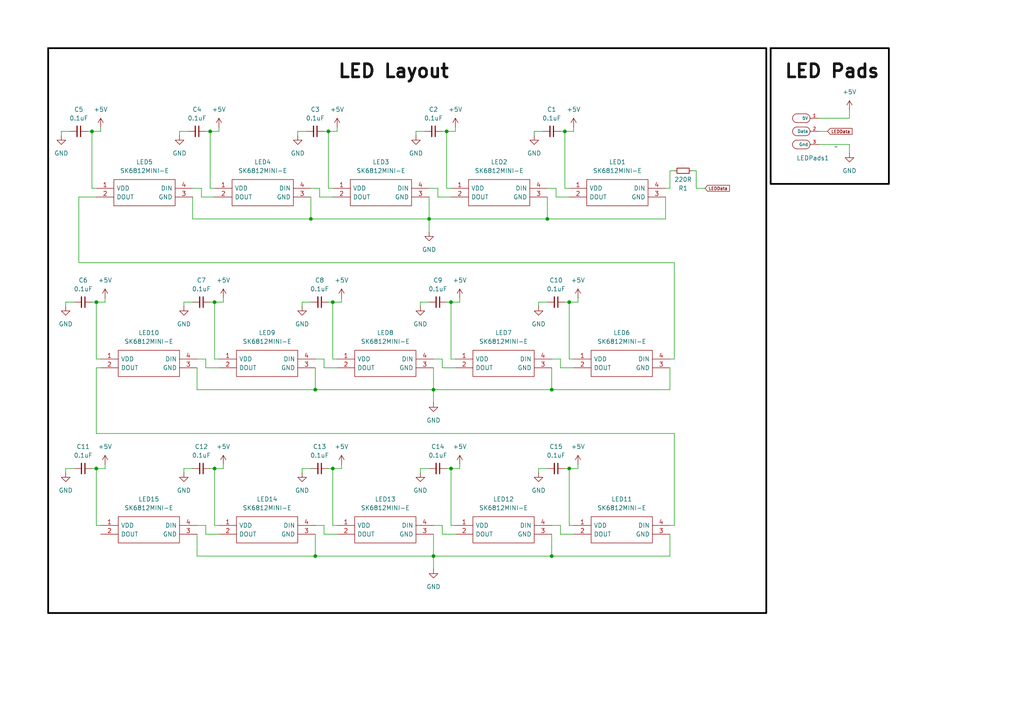
<source format=kicad_sch>
(kicad_sch (version 20231120) (generator "eeschema") (generator_version "8.0")
  (paper "A4")
  (lib_symbols
    (symbol "Device:C_Small" (pin_numbers hide) (pin_names (offset 0.254) hide)
      (property "Reference" "C" (at 0.254 1.778 0))
      (property "Value" "C_Small" (at 0.254 -2.032 0))
      (symbol "C_Small_0_1"
        (polyline (pts (xy -1.524 -0.508) (xy 1.524 -0.508)) (stroke (width 0.3302)))
        (polyline (pts (xy -1.524 0.508) (xy 1.524 0.508)) (stroke (width 0.3048)))
      )
      (symbol "C_Small_1_1"
        (pin passive line (at 0 2.54 270) (length 2.032) (name "~") (number "1"))
        (pin passive line (at 0 -2.54 90) (length 2.032) (name "~") (number "2"))
      )
    )
    (symbol "Device:R_Small" (pin_numbers hide) (pin_names (offset 0.254) hide)
      (property "Reference" "R" (at 0.762 0.508 0))
      (property "Value" "R_Small" (at 0.762 -1.016 0))
      (symbol "R_Small_0_1"
        (rectangle (start -0.762 1.778) (end 0.762 -1.778) (stroke (width 0.2032)))
      )
      (symbol "R_Small_1_1"
        (pin passive line (at 0 2.54 270) (length 0.762) (name "~") (number "1"))
        (pin passive line (at 0 -2.54 90) (length 0.762) (name "~") (number "2"))
      )
    )
    (symbol "LEDModuleLibrary:LED_Pads"
      (property "Reference" "LEDPads" (at 0 0.508 0))
      (symbol "LED_Pads_0_1"
        (arc (start -5.715 4.445) (mid -5.343 3.547) (end -4.445 3.175))
        (arc (start -5.715 8.255) (mid -5.343 7.357) (end -4.445 6.985))
        (arc (start -5.715 12.065) (mid -5.343 11.167) (end -4.445 10.795))
        (arc (start -4.445 5.715) (mid -5.343 5.343) (end -5.715 4.445))
        (arc (start -4.445 9.525) (mid -5.343 9.153) (end -5.715 8.255))
        (arc (start -4.445 13.335) (mid -5.343 12.963) (end -5.715 12.065))
        (arc (start -1.905 3.175) (mid -1.007 3.547) (end -0.635 4.445))
        (arc (start -1.905 6.985) (mid -1.007 7.357) (end -0.635 8.255))
        (arc (start -1.905 10.795) (mid -1.007 11.167) (end -0.635 12.065))
        (arc (start -0.635 4.445) (mid -1.007 5.343) (end -1.905 5.715))
        (arc (start -0.635 8.255) (mid -1.007 9.153) (end -1.905 9.525))
        (arc (start -0.635 12.065) (mid -1.007 12.963) (end -1.905 13.335))
        (polyline (pts (xy -1.905 3.175) (xy -4.445 3.175)))
        (polyline (pts (xy -1.905 5.715) (xy -4.445 5.715)))
        (polyline (pts (xy -1.905 6.985) (xy -4.445 6.985)))
        (polyline (pts (xy -1.905 9.525) (xy -4.445 9.525)))
        (polyline (pts (xy -1.905 10.795) (xy -4.445 10.795)))
        (polyline (pts (xy -1.905 13.335) (xy -4.445 13.335)))
      )
      (symbol "LED_Pads_1_1"
        (pin output line (at 1.905 12.065 180) (length 2.54) (name "5V") (number "1"))
        (pin output line (at 1.905 8.255 180) (length 2.54) (name "Data") (number "2"))
        (pin output line (at 1.905 4.445 180) (length 2.54) (name "Gnd") (number "3"))
      )
    )
    (symbol "LEDModuleLibrary:SK6812MINI-E" (pin_names (offset 0.762))
      (property "Reference" "LED" (at 24.13 7.62 0))
      (property "Value" "SK6812MINI-E" (at 24.13 5.08 0))
      (symbol "SK6812MINI-E_0_0"
        (pin passive line (at 0 0 0) (length 5.08) (name "VDD") (number "1"))
        (pin passive line (at 0 -2.54 0) (length 5.08) (name "DOUT") (number "2"))
        (pin passive line (at 27.94 -2.54 180) (length 5.08) (name "GND") (number "3"))
        (pin passive line (at 27.94 0 180) (length 5.08) (name "DIN") (number "4"))
      )
      (symbol "SK6812MINI-E_0_1"
        (polyline (pts (xy 5.08 2.54) (xy 22.86 2.54) (xy 22.86 -5.08) (xy 5.08 -5.08) (xy 5.08 2.54)) (stroke (width 0.1524)))
      )
    )
    (symbol "power:+5V" (power) (pin_numbers hide) (pin_names (offset 0) hide)
      (property "Value" "+5V" (at 0 3.556 0))
      (symbol "+5V_0_1"
        (polyline (pts (xy -0.762 1.27) (xy 0 2.54)))
        (polyline (pts (xy 0 0) (xy 0 2.54)))
        (polyline (pts (xy 0 2.54) (xy 0.762 1.27)))
      )
      (symbol "+5V_1_1"
        (pin power_in line (at 0 0 90) (length 0) (name "~") (number "1"))
      )
    )
    (symbol "power:GND" (power) (pin_numbers hide) (pin_names (offset 0) hide)
      (property "Value" "GND" (at 0 -3.81 0))
      (symbol "GND_0_1"
        (polyline (pts (xy 0 0) (xy 0 -1.27) (xy 1.27 -1.27) (xy 0 -2.54) (xy -1.27 -1.27) (xy 0 -1.27)))
      )
      (symbol "GND_1_1"
        (pin power_in line (at 0 0 270) (length 0) (name "~") (number "1"))
      )
    )
  )
  (junction (at 158.75 63.5))
  (junction (at 163.83 38.1))
  (junction (at 27.94 87.63))
  (junction (at 125.73 113.03))
  (junction (at 60.96 38.1))
  (junction (at 130.81 135.89))
  (junction (at 91.44 113.03))
  (junction (at 124.46 63.5))
  (junction (at 165.1 87.63))
  (junction (at 160.02 161.29))
  (junction (at 27.94 135.89))
  (junction (at 165.1 135.89))
  (junction (at 62.23 87.63))
  (junction (at 62.23 135.89))
  (junction (at 91.44 161.29))
  (junction (at 95.25 38.1))
  (junction (at 125.73 161.29))
  (junction (at 96.52 135.89))
  (junction (at 130.81 87.63))
  (junction (at 96.52 87.63))
  (junction (at 160.02 113.03))
  (junction (at 90.17 63.5))
  (junction (at 129.54 38.1))
  (junction (at 26.67 38.1))
  (wire (pts (xy 125.73 113.03) (xy 91.44 113.03)))
  (wire (pts (xy 237.49 41.91) (xy 246.38 41.91)))
  (wire (pts (xy 97.79 152.4) (xy 96.52 152.4)))
  (wire (pts (xy 195.58 104.14) (xy 194.31 104.14)))
  (wire (pts (xy 156.21 135.89) (xy 156.21 137.16)))
  (wire (pts (xy 161.29 57.15) (xy 161.29 54.61)))
  (wire (pts (xy 95.25 38.1) (xy 97.79 38.1)))
  (wire (pts (xy 158.75 87.63) (xy 156.21 87.63)))
  (wire (pts (xy 22.86 76.2) (xy 195.58 76.2)))
  (wire (pts (xy 124.46 87.63) (xy 121.92 87.63)))
  (wire (pts (xy 132.08 152.4) (xy 130.81 152.4)))
  (wire (pts (xy 129.54 38.1) (xy 132.08 38.1)))
  (wire (pts (xy 27.94 125.73) (xy 195.58 125.73)))
  (wire (pts (xy 125.73 161.29) (xy 91.44 161.29)))
  (wire (pts (xy 93.98 154.94) (xy 93.98 152.4)))
  (wire (pts (xy 59.69 38.1) (xy 60.96 38.1)))
  (wire (pts (xy 163.83 38.1) (xy 166.37 38.1)))
  (wire (pts (xy 237.49 38.1) (xy 240.03 38.1)))
  (wire (pts (xy 60.96 135.89) (xy 62.23 135.89)))
  (wire (pts (xy 167.64 135.89) (xy 167.64 134.62)))
  (wire (pts (xy 21.59 135.89) (xy 19.05 135.89)))
  (wire (pts (xy 96.52 54.61) (xy 95.25 54.61)))
  (wire (pts (xy 237.49 34.29) (xy 246.38 34.29)))
  (wire (pts (xy 27.94 106.68) (xy 27.94 125.73)))
  (wire (pts (xy 96.52 57.15) (xy 92.71 57.15)))
  (wire (pts (xy 27.94 57.15) (xy 22.86 57.15)))
  (wire (pts (xy 26.67 135.89) (xy 27.94 135.89)))
  (wire (pts (xy 165.1 152.4) (xy 165.1 135.89)))
  (wire (pts (xy 88.9 38.1) (xy 86.36 38.1)))
  (wire (pts (xy 59.69 154.94) (xy 59.69 152.4)))
  (wire (pts (xy 194.31 106.68) (xy 194.31 113.03)))
  (wire (pts (xy 58.42 54.61) (xy 55.88 54.61)))
  (wire (pts (xy 127 54.61) (xy 124.46 54.61)))
  (wire (pts (xy 163.83 87.63) (xy 165.1 87.63)))
  (wire (pts (xy 90.17 87.63) (xy 87.63 87.63)))
  (wire (pts (xy 246.38 34.29) (xy 246.38 31.75)))
  (wire (pts (xy 161.29 54.61) (xy 158.75 54.61)))
  (wire (pts (xy 246.38 41.91) (xy 246.38 44.45)))
  (wire (pts (xy 123.19 38.1) (xy 120.65 38.1)))
  (wire (pts (xy 92.71 57.15) (xy 92.71 54.61)))
  (wire (pts (xy 154.94 38.1) (xy 154.94 39.37)))
  (wire (pts (xy 95.25 54.61) (xy 95.25 38.1)))
  (wire (pts (xy 87.63 87.63) (xy 87.63 88.9)))
  (wire (pts (xy 59.69 104.14) (xy 57.15 104.14)))
  (wire (pts (xy 53.34 87.63) (xy 53.34 88.9)))
  (wire (pts (xy 129.54 135.89) (xy 130.81 135.89)))
  (wire (pts (xy 156.21 87.63) (xy 156.21 88.9)))
  (wire (pts (xy 95.25 135.89) (xy 96.52 135.89)))
  (wire (pts (xy 30.48 135.89) (xy 30.48 134.62)))
  (wire (pts (xy 62.23 152.4) (xy 62.23 135.89)))
  (wire (pts (xy 30.48 87.63) (xy 30.48 86.36)))
  (wire (pts (xy 193.04 57.15) (xy 193.04 63.5)))
  (wire (pts (xy 92.71 54.61) (xy 90.17 54.61)))
  (wire (pts (xy 86.36 38.1) (xy 86.36 39.37)))
  (wire (pts (xy 167.64 87.63) (xy 167.64 86.36)))
  (wire (pts (xy 194.31 161.29) (xy 160.02 161.29)))
  (wire (pts (xy 60.96 38.1) (xy 63.5 38.1)))
  (wire (pts (xy 194.31 49.53) (xy 194.31 54.61)))
  (wire (pts (xy 165.1 57.15) (xy 161.29 57.15)))
  (wire (pts (xy 132.08 106.68) (xy 128.27 106.68)))
  (wire (pts (xy 166.37 104.14) (xy 165.1 104.14)))
  (wire (pts (xy 128.27 154.94) (xy 128.27 152.4)))
  (wire (pts (xy 124.46 63.5) (xy 90.17 63.5)))
  (wire (pts (xy 91.44 113.03) (xy 91.44 106.68)))
  (wire (pts (xy 120.65 38.1) (xy 120.65 39.37)))
  (wire (pts (xy 194.31 54.61) (xy 193.04 54.61)))
  (wire (pts (xy 93.98 38.1) (xy 95.25 38.1)))
  (wire (pts (xy 125.73 113.03) (xy 160.02 113.03)))
  (wire (pts (xy 132.08 104.14) (xy 130.81 104.14)))
  (wire (pts (xy 27.94 87.63) (xy 30.48 87.63)))
  (wire (pts (xy 166.37 38.1) (xy 166.37 36.83)))
  (wire (pts (xy 53.34 135.89) (xy 53.34 137.16)))
  (wire (pts (xy 200.66 49.53) (xy 201.93 49.53)))
  (wire (pts (xy 165.1 104.14) (xy 165.1 87.63)))
  (wire (pts (xy 20.32 38.1) (xy 17.78 38.1)))
  (wire (pts (xy 90.17 63.5) (xy 90.17 57.15)))
  (wire (pts (xy 163.83 54.61) (xy 163.83 38.1)))
  (wire (pts (xy 132.08 38.1) (xy 132.08 36.83)))
  (wire (pts (xy 157.48 38.1) (xy 154.94 38.1)))
  (wire (pts (xy 194.31 49.53) (xy 195.58 49.53)))
  (wire (pts (xy 55.88 87.63) (xy 53.34 87.63)))
  (wire (pts (xy 162.56 154.94) (xy 162.56 152.4)))
  (wire (pts (xy 132.08 154.94) (xy 128.27 154.94)))
  (wire (pts (xy 54.61 38.1) (xy 52.07 38.1)))
  (wire (pts (xy 201.93 49.53) (xy 201.93 54.61)))
  (wire (pts (xy 26.67 87.63) (xy 27.94 87.63)))
  (wire (pts (xy 129.54 87.63) (xy 130.81 87.63)))
  (wire (pts (xy 97.79 106.68) (xy 93.98 106.68)))
  (wire (pts (xy 129.54 54.61) (xy 129.54 38.1)))
  (wire (pts (xy 160.02 154.94) (xy 160.02 161.29)))
  (wire (pts (xy 130.81 57.15) (xy 127 57.15)))
  (wire (pts (xy 125.73 106.68) (xy 125.73 113.03)))
  (wire (pts (xy 162.56 104.14) (xy 160.02 104.14)))
  (wire (pts (xy 62.23 54.61) (xy 60.96 54.61)))
  (wire (pts (xy 193.04 63.5) (xy 158.75 63.5)))
  (wire (pts (xy 160.02 106.68) (xy 160.02 113.03)))
  (wire (pts (xy 17.78 38.1) (xy 17.78 39.37)))
  (wire (pts (xy 130.81 104.14) (xy 130.81 87.63)))
  (wire (pts (xy 63.5 104.14) (xy 62.23 104.14)))
  (wire (pts (xy 27.94 135.89) (xy 30.48 135.89)))
  (wire (pts (xy 158.75 135.89) (xy 156.21 135.89)))
  (wire (pts (xy 91.44 161.29) (xy 91.44 154.94)))
  (wire (pts (xy 96.52 152.4) (xy 96.52 135.89)))
  (wire (pts (xy 121.92 135.89) (xy 121.92 137.16)))
  (wire (pts (xy 60.96 54.61) (xy 60.96 38.1)))
  (wire (pts (xy 124.46 63.5) (xy 158.75 63.5)))
  (wire (pts (xy 128.27 152.4) (xy 125.73 152.4)))
  (wire (pts (xy 130.81 54.61) (xy 129.54 54.61)))
  (wire (pts (xy 87.63 135.89) (xy 87.63 137.16)))
  (wire (pts (xy 125.73 161.29) (xy 125.73 165.1)))
  (wire (pts (xy 124.46 57.15) (xy 124.46 63.5)))
  (wire (pts (xy 97.79 104.14) (xy 96.52 104.14)))
  (wire (pts (xy 57.15 161.29) (xy 91.44 161.29)))
  (wire (pts (xy 62.23 104.14) (xy 62.23 87.63)))
  (wire (pts (xy 22.86 57.15) (xy 22.86 76.2)))
  (wire (pts (xy 194.31 113.03) (xy 160.02 113.03)))
  (wire (pts (xy 63.5 106.68) (xy 59.69 106.68)))
  (wire (pts (xy 93.98 104.14) (xy 91.44 104.14)))
  (wire (pts (xy 130.81 152.4) (xy 130.81 135.89)))
  (wire (pts (xy 52.07 38.1) (xy 52.07 39.37)))
  (wire (pts (xy 128.27 106.68) (xy 128.27 104.14)))
  (wire (pts (xy 29.21 104.14) (xy 27.94 104.14)))
  (wire (pts (xy 59.69 152.4) (xy 57.15 152.4)))
  (wire (pts (xy 158.75 57.15) (xy 158.75 63.5)))
  (wire (pts (xy 55.88 57.15) (xy 55.88 63.5)))
  (wire (pts (xy 121.92 87.63) (xy 121.92 88.9)))
  (wire (pts (xy 57.15 154.94) (xy 57.15 161.29)))
  (wire (pts (xy 166.37 152.4) (xy 165.1 152.4)))
  (wire (pts (xy 57.15 106.68) (xy 57.15 113.03)))
  (wire (pts (xy 130.81 135.89) (xy 133.35 135.89)))
  (wire (pts (xy 97.79 38.1) (xy 97.79 36.83)))
  (wire (pts (xy 124.46 63.5) (xy 124.46 67.31)))
  (wire (pts (xy 165.1 87.63) (xy 167.64 87.63)))
  (wire (pts (xy 166.37 154.94) (xy 162.56 154.94)))
  (wire (pts (xy 201.93 54.61) (xy 204.47 54.61)))
  (wire (pts (xy 29.21 106.68) (xy 27.94 106.68)))
  (wire (pts (xy 130.81 87.63) (xy 133.35 87.63)))
  (wire (pts (xy 99.06 87.63) (xy 99.06 86.36)))
  (wire (pts (xy 128.27 104.14) (xy 125.73 104.14)))
  (wire (pts (xy 27.94 104.14) (xy 27.94 87.63)))
  (wire (pts (xy 64.77 87.63) (xy 64.77 86.36)))
  (wire (pts (xy 165.1 135.89) (xy 167.64 135.89)))
  (wire (pts (xy 90.17 135.89) (xy 87.63 135.89)))
  (wire (pts (xy 93.98 152.4) (xy 91.44 152.4)))
  (wire (pts (xy 93.98 106.68) (xy 93.98 104.14)))
  (wire (pts (xy 19.05 87.63) (xy 19.05 88.9)))
  (wire (pts (xy 133.35 135.89) (xy 133.35 134.62)))
  (wire (pts (xy 19.05 135.89) (xy 19.05 137.16)))
  (wire (pts (xy 63.5 38.1) (xy 63.5 36.83)))
  (wire (pts (xy 195.58 152.4) (xy 194.31 152.4)))
  (wire (pts (xy 96.52 104.14) (xy 96.52 87.63)))
  (wire (pts (xy 163.83 135.89) (xy 165.1 135.89)))
  (wire (pts (xy 55.88 63.5) (xy 90.17 63.5)))
  (wire (pts (xy 21.59 87.63) (xy 19.05 87.63)))
  (wire (pts (xy 125.73 113.03) (xy 125.73 116.84)))
  (wire (pts (xy 99.06 135.89) (xy 99.06 134.62)))
  (wire (pts (xy 125.73 161.29) (xy 160.02 161.29)))
  (wire (pts (xy 59.69 106.68) (xy 59.69 104.14)))
  (wire (pts (xy 96.52 87.63) (xy 99.06 87.63)))
  (wire (pts (xy 162.56 152.4) (xy 160.02 152.4)))
  (wire (pts (xy 64.77 135.89) (xy 64.77 134.62)))
  (wire (pts (xy 27.94 152.4) (xy 27.94 135.89)))
  (wire (pts (xy 29.21 152.4) (xy 27.94 152.4)))
  (wire (pts (xy 25.4 38.1) (xy 26.67 38.1)))
  (wire (pts (xy 128.27 38.1) (xy 129.54 38.1)))
  (wire (pts (xy 97.79 154.94) (xy 93.98 154.94)))
  (wire (pts (xy 57.15 113.03) (xy 91.44 113.03)))
  (wire (pts (xy 27.94 54.61) (xy 26.67 54.61)))
  (wire (pts (xy 124.46 135.89) (xy 121.92 135.89)))
  (wire (pts (xy 62.23 87.63) (xy 64.77 87.63)))
  (wire (pts (xy 95.25 87.63) (xy 96.52 87.63)))
  (wire (pts (xy 162.56 106.68) (xy 162.56 104.14)))
  (wire (pts (xy 60.96 87.63) (xy 62.23 87.63)))
  (wire (pts (xy 62.23 135.89) (xy 64.77 135.89)))
  (wire (pts (xy 62.23 57.15) (xy 58.42 57.15)))
  (wire (pts (xy 58.42 57.15) (xy 58.42 54.61)))
  (wire (pts (xy 165.1 54.61) (xy 163.83 54.61)))
  (wire (pts (xy 195.58 125.73) (xy 195.58 152.4)))
  (wire (pts (xy 26.67 54.61) (xy 26.67 38.1)))
  (wire (pts (xy 96.52 135.89) (xy 99.06 135.89)))
  (wire (pts (xy 166.37 106.68) (xy 162.56 106.68)))
  (wire (pts (xy 133.35 87.63) (xy 133.35 86.36)))
  (wire (pts (xy 26.67 38.1) (xy 29.21 38.1)))
  (wire (pts (xy 195.58 76.2) (xy 195.58 104.14)))
  (wire (pts (xy 162.56 38.1) (xy 163.83 38.1)))
  (wire (pts (xy 194.31 154.94) (xy 194.31 161.29)))
  (wire (pts (xy 55.88 135.89) (xy 53.34 135.89)))
  (wire (pts (xy 29.21 38.1) (xy 29.21 36.83)))
  (wire (pts (xy 63.5 152.4) (xy 62.23 152.4)))
  (wire (pts (xy 125.73 154.94) (xy 125.73 161.29)))
  (wire (pts (xy 63.5 154.94) (xy 59.69 154.94)))
  (wire (pts (xy 127 57.15) (xy 127 54.61)))
  (rectangle (start 13.97 13.97) (end 222.25 177.8) (stroke (width 0.508) (color 0 0 0 1)))
  (rectangle (start 223.52 13.97) (end 257.81 53.34) (stroke (width 0.508) (color 0 0 0 1)))
  (label "LED Layout" (at 97.79 24.13 0) (effects (font (size 3.81 3.81) (thickness 0.762) (bold yes))))
  (label "LED Pads" (at 227.33 24.13 0) (effects (font (size 3.81 3.81) (thickness 0.762) (bold yes))))
  (global_label "LEDData" (shape input) (at 240.03 38.1 0) (effects (font (size 0.889 0.889))) (property "Intersheetrefs" "${INTERSHEET_REFS}" (effects (hide yes))))
  (global_label "LEDData" (shape input) (at 204.47 54.61 0) (effects (font (size 0.889 0.889))) (property "Intersheetrefs" "${INTERSHEET_REFS}" (effects (hide yes))))
  (symbol (lib_id "power:+5V") (at 132.08 36.83 0) (unit 1)
    (property "Reference" "#PWR04" (effects (hide yes)))
    (property "Value" "+5V" (at 132.08 31.75 0))
    (property "Description" "Power symbol creates a global label with name \"+5V\"" (effects (hide yes)))
  )
  (symbol (lib_id "power:+5V") (at 133.35 86.36 0) (unit 1)
    (property "Reference" "#PWR022" (effects (hide yes)))
    (property "Value" "+5V" (at 133.35 81.28 0))
    (property "Description" "Power symbol creates a global label with name \"+5V\"" (effects (hide yes)))
  )
  (symbol (lib_id "LEDModuleLibrary:SK6812MINI-E") (at 97.79 104.14 0) (unit 1)
    (property "Reference" "LED8" (at 111.76 96.52 0))
    (property "Value" "SK6812MINI-E" (at 111.76 99.06 0))
    (property "Footprint" "LEDModuleLibrary:SK6812-MINI-E" (effects (hide yes)))
    (property "Datasheet" "http://yushakobo.jp/ds/YS-SK6812MINI-E.pdf" (effects (hide yes)))
    (property "Description" "3.2x2.8x1.78 mm 0.2W Intelligent external control surface mount SMD LED (MSL:5a)" (effects (hide yes)))
    (property "Height" "1.88" (effects (hide yes)))
    (property "Manufacturer_Name" "Yellow Stone Corp." (effects (hide yes)))
    (property "Manufacturer_Part_Number" "SK6812MINI-E" (effects (hide yes)))
  )
  (symbol (lib_id "LEDModuleLibrary:LED_Pads") (at 235.585 46.355 0) (unit 1)
    (property "Reference" "LEDPads1" (at 231.013 45.847 0) (effects (justify left)))
    (property "Value" "~" (at 241.935 42.545 0) (effects (justify left)))
    (property "Footprint" "LEDModuleLibrary:Led Pads" (effects (hide yes)))
  )
  (symbol (lib_id "power:+5V") (at 29.21 36.83 0) (unit 1)
    (property "Reference" "#PWR012" (effects (hide yes)))
    (property "Value" "+5V" (at 29.21 31.75 0))
    (property "Description" "Power symbol creates a global label with name \"+5V\"" (effects (hide yes)))
  )
  (symbol (lib_id "power:GND") (at 52.07 39.37 0) (unit 1)
    (property "Reference" "#PWR09" (effects (hide yes)))
    (property "Value" "GND" (at 52.07 44.45 0))
    (property "Description" "Power symbol creates a global label with name \"GND\" , ground" (effects (hide yes)))
  )
  (symbol (lib_id "Device:C_Small") (at 161.29 135.89 270) (unit 1)
    (property "Reference" "C15" (at 161.2836 129.54 90))
    (property "Value" "0.1uF" (at 161.2836 132.08 90))
    (property "Footprint" "Capacitor_SMD:C_0805_2012Metric_Pad1.18x1.45mm_HandSolder" (effects (hide yes)))
    (property "Description" "Unpolarized capacitor, small symbol" (effects (hide yes)))
  )
  (symbol (lib_id "LEDModuleLibrary:SK6812MINI-E") (at 96.52 54.61 0) (unit 1)
    (property "Reference" "LED3" (at 110.49 46.99 0))
    (property "Value" "SK6812MINI-E" (at 110.49 49.53 0))
    (property "Footprint" "LEDModuleLibrary:SK6812-MINI-E" (effects (hide yes)))
    (property "Datasheet" "http://yushakobo.jp/ds/YS-SK6812MINI-E.pdf" (effects (hide yes)))
    (property "Description" "3.2x2.8x1.78 mm 0.2W Intelligent external control surface mount SMD LED (MSL:5a)" (effects (hide yes)))
    (property "Height" "1.88" (effects (hide yes)))
    (property "Manufacturer_Name" "Yellow Stone Corp." (effects (hide yes)))
    (property "Manufacturer_Part_Number" "SK6812MINI-E" (effects (hide yes)))
  )
  (symbol (lib_id "LEDModuleLibrary:SK6812MINI-E") (at 165.1 54.61 0) (unit 1)
    (property "Reference" "LED1" (at 179.07 46.99 0))
    (property "Value" "SK6812MINI-E" (at 179.07 49.53 0))
    (property "Footprint" "LEDModuleLibrary:SK6812-MINI-E" (effects (hide yes)))
    (property "Datasheet" "http://yushakobo.jp/ds/YS-SK6812MINI-E.pdf" (effects (hide yes)))
    (property "Description" "3.2x2.8x1.78 mm 0.2W Intelligent external control surface mount SMD LED (MSL:5a)" (effects (hide yes)))
    (property "Height" "1.88" (effects (hide yes)))
    (property "Manufacturer_Name" "Yellow Stone Corp." (effects (hide yes)))
    (property "Manufacturer_Part_Number" "SK6812MINI-E" (effects (hide yes)))
  )
  (symbol (lib_id "power:GND") (at 121.92 88.9 0) (unit 1)
    (property "Reference" "#PWR020" (effects (hide yes)))
    (property "Value" "GND" (at 121.92 93.98 0))
    (property "Description" "Power symbol creates a global label with name \"GND\" , ground" (effects (hide yes)))
  )
  (symbol (lib_id "power:+5V") (at 64.77 86.36 0) (unit 1)
    (property "Reference" "#PWR017" (effects (hide yes)))
    (property "Value" "+5V" (at 64.77 81.28 0))
    (property "Description" "Power symbol creates a global label with name \"+5V\"" (effects (hide yes)))
  )
  (symbol (lib_id "power:+5V") (at 167.64 86.36 0) (unit 1)
    (property "Reference" "#PWR024" (effects (hide yes)))
    (property "Value" "+5V" (at 167.64 81.28 0))
    (property "Description" "Power symbol creates a global label with name \"+5V\"" (effects (hide yes)))
  )
  (symbol (lib_id "power:GND") (at 19.05 137.16 0) (unit 1)
    (property "Reference" "#PWR025" (effects (hide yes)))
    (property "Value" "GND" (at 19.05 142.24 0))
    (property "Description" "Power symbol creates a global label with name \"GND\" , ground" (effects (hide yes)))
  )
  (symbol (lib_id "power:GND") (at 154.94 39.37 0) (unit 1)
    (property "Reference" "#PWR02" (effects (hide yes)))
    (property "Value" "GND" (at 154.94 44.45 0))
    (property "Description" "Power symbol creates a global label with name \"GND\" , ground" (effects (hide yes)))
  )
  (symbol (lib_id "LEDModuleLibrary:SK6812MINI-E") (at 62.23 54.61 0) (unit 1)
    (property "Reference" "LED4" (at 76.2 46.99 0))
    (property "Value" "SK6812MINI-E" (at 76.2 49.53 0))
    (property "Footprint" "LEDModuleLibrary:SK6812-MINI-E" (effects (hide yes)))
    (property "Datasheet" "http://yushakobo.jp/ds/YS-SK6812MINI-E.pdf" (effects (hide yes)))
    (property "Description" "3.2x2.8x1.78 mm 0.2W Intelligent external control surface mount SMD LED (MSL:5a)" (effects (hide yes)))
    (property "Height" "1.88" (effects (hide yes)))
    (property "Manufacturer_Name" "Yellow Stone Corp." (effects (hide yes)))
    (property "Manufacturer_Part_Number" "SK6812MINI-E" (effects (hide yes)))
  )
  (symbol (lib_id "power:GND") (at 87.63 137.16 0) (unit 1)
    (property "Reference" "#PWR029" (effects (hide yes)))
    (property "Value" "GND" (at 87.63 142.24 0))
    (property "Description" "Power symbol creates a global label with name \"GND\" , ground" (effects (hide yes)))
  )
  (symbol (lib_id "LEDModuleLibrary:SK6812MINI-E") (at 97.79 152.4 0) (unit 1)
    (property "Reference" "LED13" (at 111.76 144.78 0))
    (property "Value" "SK6812MINI-E" (at 111.76 147.32 0))
    (property "Footprint" "LEDModuleLibrary:SK6812-MINI-E" (effects (hide yes)))
    (property "Datasheet" "http://yushakobo.jp/ds/YS-SK6812MINI-E.pdf" (effects (hide yes)))
    (property "Description" "3.2x2.8x1.78 mm 0.2W Intelligent external control surface mount SMD LED (MSL:5a)" (effects (hide yes)))
    (property "Height" "1.88" (effects (hide yes)))
    (property "Manufacturer_Name" "Yellow Stone Corp." (effects (hide yes)))
    (property "Manufacturer_Part_Number" "SK6812MINI-E" (effects (hide yes)))
  )
  (symbol (lib_id "Device:C_Small") (at 91.44 38.1 270) (unit 1)
    (property "Reference" "C3" (at 91.4336 31.75 90))
    (property "Value" "0.1uF" (at 91.4336 34.29 90))
    (property "Footprint" "Capacitor_SMD:C_0805_2012Metric_Pad1.18x1.45mm_HandSolder" (effects (hide yes)))
    (property "Description" "Unpolarized capacitor, small symbol" (effects (hide yes)))
  )
  (symbol (lib_id "LEDModuleLibrary:SK6812MINI-E") (at 166.37 104.14 0) (unit 1)
    (property "Reference" "LED6" (at 180.34 96.52 0))
    (property "Value" "SK6812MINI-E" (at 180.34 99.06 0))
    (property "Footprint" "LEDModuleLibrary:SK6812-MINI-E" (effects (hide yes)))
    (property "Datasheet" "http://yushakobo.jp/ds/YS-SK6812MINI-E.pdf" (effects (hide yes)))
    (property "Description" "3.2x2.8x1.78 mm 0.2W Intelligent external control surface mount SMD LED (MSL:5a)" (effects (hide yes)))
    (property "Height" "1.88" (effects (hide yes)))
    (property "Manufacturer_Name" "Yellow Stone Corp." (effects (hide yes)))
    (property "Manufacturer_Part_Number" "SK6812MINI-E" (effects (hide yes)))
  )
  (symbol (lib_id "power:GND") (at 53.34 137.16 0) (unit 1)
    (property "Reference" "#PWR027" (effects (hide yes)))
    (property "Value" "GND" (at 53.34 142.24 0))
    (property "Description" "Power symbol creates a global label with name \"GND\" , ground" (effects (hide yes)))
  )
  (symbol (lib_id "LEDModuleLibrary:SK6812MINI-E") (at 27.94 54.61 0) (unit 1)
    (property "Reference" "LED5" (at 41.91 46.99 0))
    (property "Value" "SK6812MINI-E" (at 41.91 49.53 0))
    (property "Footprint" "LEDModuleLibrary:SK6812-MINI-E" (effects (hide yes)))
    (property "Datasheet" "http://yushakobo.jp/ds/YS-SK6812MINI-E.pdf" (effects (hide yes)))
    (property "Description" "3.2x2.8x1.78 mm 0.2W Intelligent external control surface mount SMD LED (MSL:5a)" (effects (hide yes)))
    (property "Height" "1.88" (effects (hide yes)))
    (property "Manufacturer_Name" "Yellow Stone Corp." (effects (hide yes)))
    (property "Manufacturer_Part_Number" "SK6812MINI-E" (effects (hide yes)))
  )
  (symbol (lib_id "power:+5V") (at 99.06 86.36 0) (unit 1)
    (property "Reference" "#PWR019" (effects (hide yes)))
    (property "Value" "+5V" (at 99.06 81.28 0))
    (property "Description" "Power symbol creates a global label with name \"+5V\"" (effects (hide yes)))
  )
  (symbol (lib_id "power:+5V") (at 99.06 134.62 0) (unit 1)
    (property "Reference" "#PWR030" (effects (hide yes)))
    (property "Value" "+5V" (at 99.06 129.54 0))
    (property "Description" "Power symbol creates a global label with name \"+5V\"" (effects (hide yes)))
  )
  (symbol (lib_id "Device:C_Small") (at 58.42 135.89 270) (unit 1)
    (property "Reference" "C12" (at 58.4136 129.54 90))
    (property "Value" "0.1uF" (at 58.4136 132.08 90))
    (property "Footprint" "Capacitor_SMD:C_0805_2012Metric_Pad1.18x1.45mm_HandSolder" (effects (hide yes)))
    (property "Description" "Unpolarized capacitor, small symbol" (effects (hide yes)))
  )
  (symbol (lib_id "power:GND") (at 124.46 67.31 0) (unit 1)
    (property "Reference" "#PWR013" (effects (hide yes)))
    (property "Value" "GND" (at 124.46 72.39 0))
    (property "Description" "Power symbol creates a global label with name \"GND\" , ground" (effects (hide yes)))
  )
  (symbol (lib_id "LEDModuleLibrary:SK6812MINI-E") (at 130.81 54.61 0) (unit 1)
    (property "Reference" "LED2" (at 144.78 46.99 0))
    (property "Value" "SK6812MINI-E" (at 144.78 49.53 0))
    (property "Footprint" "LEDModuleLibrary:SK6812-MINI-E" (effects (hide yes)))
    (property "Datasheet" "http://yushakobo.jp/ds/YS-SK6812MINI-E.pdf" (effects (hide yes)))
    (property "Description" "3.2x2.8x1.78 mm 0.2W Intelligent external control surface mount SMD LED (MSL:5a)" (effects (hide yes)))
    (property "Height" "1.88" (effects (hide yes)))
    (property "Manufacturer_Name" "Yellow Stone Corp." (effects (hide yes)))
    (property "Manufacturer_Part_Number" "SK6812MINI-E" (effects (hide yes)))
  )
  (symbol (lib_id "power:GND") (at 125.73 165.1 0) (unit 1)
    (property "Reference" "#PWR032" (effects (hide yes)))
    (property "Value" "GND" (at 125.73 170.18 0))
    (property "Description" "Power symbol creates a global label with name \"GND\" , ground" (effects (hide yes)))
  )
  (symbol (lib_id "power:+5V") (at 30.48 86.36 0) (unit 1)
    (property "Reference" "#PWR015" (effects (hide yes)))
    (property "Value" "+5V" (at 30.48 81.28 0))
    (property "Description" "Power symbol creates a global label with name \"+5V\"" (effects (hide yes)))
  )
  (symbol (lib_id "power:+5V") (at 64.77 134.62 0) (unit 1)
    (property "Reference" "#PWR028" (effects (hide yes)))
    (property "Value" "+5V" (at 64.77 129.54 0))
    (property "Description" "Power symbol creates a global label with name \"+5V\"" (effects (hide yes)))
  )
  (symbol (lib_id "power:GND") (at 156.21 137.16 0) (unit 1)
    (property "Reference" "#PWR034" (effects (hide yes)))
    (property "Value" "GND" (at 156.21 142.24 0))
    (property "Description" "Power symbol creates a global label with name \"GND\" , ground" (effects (hide yes)))
  )
  (symbol (lib_id "power:GND") (at 17.78 39.37 0) (unit 1)
    (property "Reference" "#PWR011" (effects (hide yes)))
    (property "Value" "GND" (at 17.78 44.45 0))
    (property "Description" "Power symbol creates a global label with name \"GND\" , ground" (effects (hide yes)))
  )
  (symbol (lib_id "LEDModuleLibrary:SK6812MINI-E") (at 63.5 104.14 0) (unit 1)
    (property "Reference" "LED9" (at 77.47 96.52 0))
    (property "Value" "SK6812MINI-E" (at 77.47 99.06 0))
    (property "Footprint" "LEDModuleLibrary:SK6812-MINI-E" (effects (hide yes)))
    (property "Datasheet" "http://yushakobo.jp/ds/YS-SK6812MINI-E.pdf" (effects (hide yes)))
    (property "Description" "3.2x2.8x1.78 mm 0.2W Intelligent external control surface mount SMD LED (MSL:5a)" (effects (hide yes)))
    (property "Height" "1.88" (effects (hide yes)))
    (property "Manufacturer_Name" "Yellow Stone Corp." (effects (hide yes)))
    (property "Manufacturer_Part_Number" "SK6812MINI-E" (effects (hide yes)))
  )
  (symbol (lib_id "power:GND") (at 86.36 39.37 0) (unit 1)
    (property "Reference" "#PWR06" (effects (hide yes)))
    (property "Value" "GND" (at 86.36 44.45 0))
    (property "Description" "Power symbol creates a global label with name \"GND\" , ground" (effects (hide yes)))
  )
  (symbol (lib_id "power:+5V") (at 63.5 36.83 0) (unit 1)
    (property "Reference" "#PWR010" (effects (hide yes)))
    (property "Value" "+5V" (at 63.5 31.75 0))
    (property "Description" "Power symbol creates a global label with name \"+5V\"" (effects (hide yes)))
  )
  (symbol (lib_id "Device:C_Small") (at 92.71 87.63 270) (unit 1)
    (property "Reference" "C8" (at 92.7036 81.28 90))
    (property "Value" "0.1uF" (at 92.7036 83.82 90))
    (property "Footprint" "Capacitor_SMD:C_0805_2012Metric_Pad1.18x1.45mm_HandSolder" (effects (hide yes)))
    (property "Description" "Unpolarized capacitor, small symbol" (effects (hide yes)))
  )
  (symbol (lib_id "Device:C_Small") (at 92.71 135.89 270) (unit 1)
    (property "Reference" "C13" (at 92.7036 129.54 90))
    (property "Value" "0.1uF" (at 92.7036 132.08 90))
    (property "Footprint" "Capacitor_SMD:C_0805_2012Metric_Pad1.18x1.45mm_HandSolder" (effects (hide yes)))
    (property "Description" "Unpolarized capacitor, small symbol" (effects (hide yes)))
  )
  (symbol (lib_id "Device:C_Small") (at 57.15 38.1 270) (unit 1)
    (property "Reference" "C4" (at 57.1436 31.75 90))
    (property "Value" "0.1uF" (at 57.1436 34.29 90))
    (property "Footprint" "Capacitor_SMD:C_0805_2012Metric_Pad1.18x1.45mm_HandSolder" (effects (hide yes)))
    (property "Description" "Unpolarized capacitor, small symbol" (effects (hide yes)))
  )
  (symbol (lib_id "power:+5V") (at 246.38 31.75 0) (unit 1)
    (property "Reference" "#PWR05" (effects (hide yes)))
    (property "Value" "+5V" (at 246.38 26.67 0))
    (property "Description" "Power symbol creates a global label with name \"+5V\"" (effects (hide yes)))
  )
  (symbol (lib_id "Device:R_Small") (at 198.12 49.53 270) (unit 1)
    (property "Reference" "R1" (at 198.12 54.61 90))
    (property "Value" "220R" (at 198.12 52.07 90))
    (property "Footprint" "Resistor_SMD:R_0805_2012Metric_Pad1.20x1.40mm_HandSolder" (effects (hide yes)))
    (property "Description" "Resistor, small symbol" (effects (hide yes)))
  )
  (symbol (lib_id "Device:C_Small") (at 58.42 87.63 270) (unit 1)
    (property "Reference" "C7" (at 58.4136 81.28 90))
    (property "Value" "0.1uF" (at 58.4136 83.82 90))
    (property "Footprint" "Capacitor_SMD:C_0805_2012Metric_Pad1.18x1.45mm_HandSolder" (effects (hide yes)))
    (property "Description" "Unpolarized capacitor, small symbol" (effects (hide yes)))
  )
  (symbol (lib_id "power:GND") (at 19.05 88.9 0) (unit 1)
    (property "Reference" "#PWR014" (effects (hide yes)))
    (property "Value" "GND" (at 19.05 93.98 0))
    (property "Description" "Power symbol creates a global label with name \"GND\" , ground" (effects (hide yes)))
  )
  (symbol (lib_id "power:+5V") (at 166.37 36.83 0) (unit 1)
    (property "Reference" "#PWR01" (effects (hide yes)))
    (property "Value" "+5V" (at 166.37 31.75 0))
    (property "Description" "Power symbol creates a global label with name \"+5V\"" (effects (hide yes)))
  )
  (symbol (lib_id "Device:C_Small") (at 160.02 38.1 270) (unit 1)
    (property "Reference" "C1" (at 160.0136 31.75 90))
    (property "Value" "0.1uF" (at 160.0136 34.29 90))
    (property "Footprint" "Capacitor_SMD:C_0805_2012Metric_Pad1.18x1.45mm_HandSolder" (effects (hide yes)))
    (property "Description" "Unpolarized capacitor, small symbol" (effects (hide yes)))
  )
  (symbol (lib_id "LEDModuleLibrary:SK6812MINI-E") (at 132.08 152.4 0) (unit 1)
    (property "Reference" "LED12" (at 146.05 144.78 0))
    (property "Value" "SK6812MINI-E" (at 146.05 147.32 0))
    (property "Footprint" "LEDModuleLibrary:SK6812-MINI-E" (effects (hide yes)))
    (property "Datasheet" "http://yushakobo.jp/ds/YS-SK6812MINI-E.pdf" (effects (hide yes)))
    (property "Description" "3.2x2.8x1.78 mm 0.2W Intelligent external control surface mount SMD LED (MSL:5a)" (effects (hide yes)))
    (property "Height" "1.88" (effects (hide yes)))
    (property "Manufacturer_Name" "Yellow Stone Corp." (effects (hide yes)))
    (property "Manufacturer_Part_Number" "SK6812MINI-E" (effects (hide yes)))
  )
  (symbol (lib_id "power:GND") (at 156.21 88.9 0) (unit 1)
    (property "Reference" "#PWR023" (effects (hide yes)))
    (property "Value" "GND" (at 156.21 93.98 0))
    (property "Description" "Power symbol creates a global label with name \"GND\" , ground" (effects (hide yes)))
  )
  (symbol (lib_id "LEDModuleLibrary:SK6812MINI-E") (at 132.08 104.14 0) (unit 1)
    (property "Reference" "LED7" (at 146.05 96.52 0))
    (property "Value" "SK6812MINI-E" (at 146.05 99.06 0))
    (property "Footprint" "LEDModuleLibrary:SK6812-MINI-E" (effects (hide yes)))
    (property "Datasheet" "http://yushakobo.jp/ds/YS-SK6812MINI-E.pdf" (effects (hide yes)))
    (property "Description" "3.2x2.8x1.78 mm 0.2W Intelligent external control surface mount SMD LED (MSL:5a)" (effects (hide yes)))
    (property "Height" "1.88" (effects (hide yes)))
    (property "Manufacturer_Name" "Yellow Stone Corp." (effects (hide yes)))
    (property "Manufacturer_Part_Number" "SK6812MINI-E" (effects (hide yes)))
  )
  (symbol (lib_id "Device:C_Small") (at 125.73 38.1 270) (unit 1)
    (property "Reference" "C2" (at 125.7236 31.75 90))
    (property "Value" "0.1uF" (at 125.7236 34.29 90))
    (property "Footprint" "Capacitor_SMD:C_0805_2012Metric_Pad1.18x1.45mm_HandSolder" (effects (hide yes)))
    (property "Description" "Unpolarized capacitor, small symbol" (effects (hide yes)))
  )
  (symbol (lib_id "power:GND") (at 125.73 116.84 0) (unit 1)
    (property "Reference" "#PWR021" (effects (hide yes)))
    (property "Value" "GND" (at 125.73 121.92 0))
    (property "Description" "Power symbol creates a global label with name \"GND\" , ground" (effects (hide yes)))
  )
  (symbol (lib_id "LEDModuleLibrary:SK6812MINI-E") (at 29.21 152.4 0) (unit 1)
    (property "Reference" "LED15" (at 43.18 144.78 0))
    (property "Value" "SK6812MINI-E" (at 43.18 147.32 0))
    (property "Footprint" "LEDModuleLibrary:SK6812-MINI-E" (effects (hide yes)))
    (property "Datasheet" "http://yushakobo.jp/ds/YS-SK6812MINI-E.pdf" (effects (hide yes)))
    (property "Description" "3.2x2.8x1.78 mm 0.2W Intelligent external control surface mount SMD LED (MSL:5a)" (effects (hide yes)))
    (property "Height" "1.88" (effects (hide yes)))
    (property "Manufacturer_Name" "Yellow Stone Corp." (effects (hide yes)))
    (property "Manufacturer_Part_Number" "SK6812MINI-E" (effects (hide yes)))
  )
  (symbol (lib_id "power:GND") (at 120.65 39.37 0) (unit 1)
    (property "Reference" "#PWR03" (effects (hide yes)))
    (property "Value" "GND" (at 120.65 44.45 0))
    (property "Description" "Power symbol creates a global label with name \"GND\" , ground" (effects (hide yes)))
  )
  (symbol (lib_id "LEDModuleLibrary:SK6812MINI-E") (at 63.5 152.4 0) (unit 1)
    (property "Reference" "LED14" (at 77.47 144.78 0))
    (property "Value" "SK6812MINI-E" (at 77.47 147.32 0))
    (property "Footprint" "LEDModuleLibrary:SK6812-MINI-E" (effects (hide yes)))
    (property "Datasheet" "http://yushakobo.jp/ds/YS-SK6812MINI-E.pdf" (effects (hide yes)))
    (property "Description" "3.2x2.8x1.78 mm 0.2W Intelligent external control surface mount SMD LED (MSL:5a)" (effects (hide yes)))
    (property "Height" "1.88" (effects (hide yes)))
    (property "Manufacturer_Name" "Yellow Stone Corp." (effects (hide yes)))
    (property "Manufacturer_Part_Number" "SK6812MINI-E" (effects (hide yes)))
  )
  (symbol (lib_id "power:+5V") (at 30.48 134.62 0) (unit 1)
    (property "Reference" "#PWR026" (effects (hide yes)))
    (property "Value" "+5V" (at 30.48 129.54 0))
    (property "Description" "Power symbol creates a global label with name \"+5V\"" (effects (hide yes)))
  )
  (symbol (lib_id "power:+5V") (at 167.64 134.62 0) (unit 1)
    (property "Reference" "#PWR035" (effects (hide yes)))
    (property "Value" "+5V" (at 167.64 129.54 0))
    (property "Description" "Power symbol creates a global label with name \"+5V\"" (effects (hide yes)))
  )
  (symbol (lib_id "Device:C_Small") (at 24.13 87.63 270) (unit 1)
    (property "Reference" "C6" (at 24.1236 81.28 90))
    (property "Value" "0.1uF" (at 24.1236 83.82 90))
    (property "Footprint" "Capacitor_SMD:C_0805_2012Metric_Pad1.18x1.45mm_HandSolder" (effects (hide yes)))
    (property "Description" "Unpolarized capacitor, small symbol" (effects (hide yes)))
  )
  (symbol (lib_id "power:GND") (at 53.34 88.9 0) (unit 1)
    (property "Reference" "#PWR016" (effects (hide yes)))
    (property "Value" "GND" (at 53.34 93.98 0))
    (property "Description" "Power symbol creates a global label with name \"GND\" , ground" (effects (hide yes)))
  )
  (symbol (lib_id "Device:C_Small") (at 127 87.63 270) (unit 1)
    (property "Reference" "C9" (at 126.9936 81.28 90))
    (property "Value" "0.1uF" (at 126.9936 83.82 90))
    (property "Footprint" "Capacitor_SMD:C_0805_2012Metric_Pad1.18x1.45mm_HandSolder" (effects (hide yes)))
    (property "Description" "Unpolarized capacitor, small symbol" (effects (hide yes)))
  )
  (symbol (lib_id "Device:C_Small") (at 22.86 38.1 270) (unit 1)
    (property "Reference" "C5" (at 22.8536 31.75 90))
    (property "Value" "0.1uF" (at 22.8536 34.29 90))
    (property "Footprint" "Capacitor_SMD:C_0805_2012Metric_Pad1.18x1.45mm_HandSolder" (effects (hide yes)))
    (property "Description" "Unpolarized capacitor, small symbol" (effects (hide yes)))
  )
  (symbol (lib_id "power:+5V") (at 133.35 134.62 0) (unit 1)
    (property "Reference" "#PWR033" (effects (hide yes)))
    (property "Value" "+5V" (at 133.35 129.54 0))
    (property "Description" "Power symbol creates a global label with name \"+5V\"" (effects (hide yes)))
  )
  (symbol (lib_id "Device:C_Small") (at 127 135.89 270) (unit 1)
    (property "Reference" "C14" (at 126.9936 129.54 90))
    (property "Value" "0.1uF" (at 126.9936 132.08 90))
    (property "Footprint" "Capacitor_SMD:C_0805_2012Metric_Pad1.18x1.45mm_HandSolder" (effects (hide yes)))
    (property "Description" "Unpolarized capacitor, small symbol" (effects (hide yes)))
  )
  (symbol (lib_id "LEDModuleLibrary:SK6812MINI-E") (at 166.37 152.4 0) (unit 1)
    (property "Reference" "LED11" (at 180.34 144.78 0))
    (property "Value" "SK6812MINI-E" (at 180.34 147.32 0))
    (property "Footprint" "LEDModuleLibrary:SK6812-MINI-E" (effects (hide yes)))
    (property "Datasheet" "http://yushakobo.jp/ds/YS-SK6812MINI-E.pdf" (effects (hide yes)))
    (property "Description" "3.2x2.8x1.78 mm 0.2W Intelligent external control surface mount SMD LED (MSL:5a)" (effects (hide yes)))
    (property "Height" "1.88" (effects (hide yes)))
    (property "Manufacturer_Name" "Yellow Stone Corp." (effects (hide yes)))
    (property "Manufacturer_Part_Number" "SK6812MINI-E" (effects (hide yes)))
  )
  (symbol (lib_id "Device:C_Small") (at 161.29 87.63 270) (unit 1)
    (property "Reference" "C10" (at 161.2836 81.28 90))
    (property "Value" "0.1uF" (at 161.2836 83.82 90))
    (property "Footprint" "Capacitor_SMD:C_0805_2012Metric_Pad1.18x1.45mm_HandSolder" (effects (hide yes)))
    (property "Description" "Unpolarized capacitor, small symbol" (effects (hide yes)))
  )
  (symbol (lib_id "LEDModuleLibrary:SK6812MINI-E") (at 29.21 104.14 0) (unit 1)
    (property "Reference" "LED10" (at 43.18 96.52 0))
    (property "Value" "SK6812MINI-E" (at 43.18 99.06 0))
    (property "Footprint" "LEDModuleLibrary:SK6812-MINI-E" (effects (hide yes)))
    (property "Datasheet" "http://yushakobo.jp/ds/YS-SK6812MINI-E.pdf" (effects (hide yes)))
    (property "Description" "3.2x2.8x1.78 mm 0.2W Intelligent external control surface mount SMD LED (MSL:5a)" (effects (hide yes)))
    (property "Height" "1.88" (effects (hide yes)))
    (property "Manufacturer_Name" "Yellow Stone Corp." (effects (hide yes)))
    (property "Manufacturer_Part_Number" "SK6812MINI-E" (effects (hide yes)))
  )
  (symbol (lib_id "power:GND") (at 121.92 137.16 0) (unit 1)
    (property "Reference" "#PWR031" (effects (hide yes)))
    (property "Value" "GND" (at 121.92 142.24 0))
    (property "Description" "Power symbol creates a global label with name \"GND\" , ground" (effects (hide yes)))
  )
  (symbol (lib_id "power:GND") (at 87.63 88.9 0) (unit 1)
    (property "Reference" "#PWR018" (effects (hide yes)))
    (property "Value" "GND" (at 87.63 93.98 0))
    (property "Description" "Power symbol creates a global label with name \"GND\" , ground" (effects (hide yes)))
  )
  (symbol (lib_id "Device:C_Small") (at 24.13 135.89 270) (unit 1)
    (property "Reference" "C11" (at 24.1236 129.54 90))
    (property "Value" "0.1uF" (at 24.1236 132.08 90))
    (property "Footprint" "Capacitor_SMD:C_0805_2012Metric_Pad1.18x1.45mm_HandSolder" (effects (hide yes)))
    (property "Description" "Unpolarized capacitor, small symbol" (effects (hide yes)))
  )
  (symbol (lib_id "power:GND") (at 246.38 44.45 0) (unit 1)
    (property "Reference" "#PWR08" (effects (hide yes)))
    (property "Value" "GND" (at 246.38 49.53 0))
    (property "Description" "Power symbol creates a global label with name \"GND\" , ground" (effects (hide yes)))
  )
  (symbol (lib_id "power:+5V") (at 97.79 36.83 0) (unit 1)
    (property "Reference" "#PWR07" (effects (hide yes)))
    (property "Value" "+5V" (at 97.79 31.75 0))
    (property "Description" "Power symbol creates a global label with name \"+5V\"" (effects (hide yes)))
  )
)
</source>
